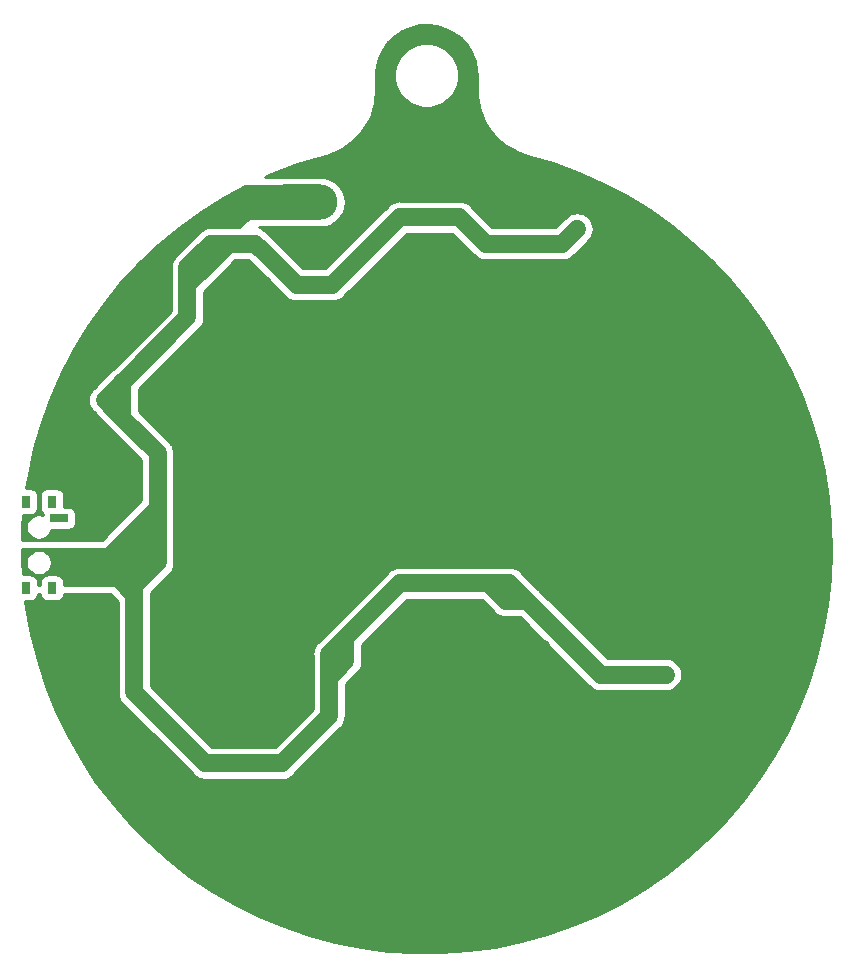
<source format=gbr>
%TF.GenerationSoftware,KiCad,Pcbnew,(5.1.10)-1*%
%TF.CreationDate,2021-10-19T21:24:23+02:00*%
%TF.ProjectId,TVZ_kuglica,54565a5f-6b75-4676-9c69-63612e6b6963,rev?*%
%TF.SameCoordinates,Original*%
%TF.FileFunction,Copper,L2,Bot*%
%TF.FilePolarity,Positive*%
%FSLAX46Y46*%
G04 Gerber Fmt 4.6, Leading zero omitted, Abs format (unit mm)*
G04 Created by KiCad (PCBNEW (5.1.10)-1) date 2021-10-19 21:24:23*
%MOMM*%
%LPD*%
G01*
G04 APERTURE LIST*
%TA.AperFunction,SMDPad,CuDef*%
%ADD10O,6.000000X3.000000*%
%TD*%
%TA.AperFunction,SMDPad,CuDef*%
%ADD11R,1.500000X0.700000*%
%TD*%
%TA.AperFunction,SMDPad,CuDef*%
%ADD12R,0.800000X1.000000*%
%TD*%
%TA.AperFunction,ViaPad*%
%ADD13C,0.800000*%
%TD*%
%TA.AperFunction,Conductor*%
%ADD14C,1.524000*%
%TD*%
%TA.AperFunction,Conductor*%
%ADD15C,0.762000*%
%TD*%
%TA.AperFunction,Conductor*%
%ADD16C,0.254000*%
%TD*%
%TA.AperFunction,Conductor*%
%ADD17C,0.100000*%
%TD*%
G04 APERTURE END LIST*
D10*
%TO.P,BT1,1*%
%TO.N,VCC*%
X126500000Y-70750000D03*
%TO.P,BT1,2*%
%TO.N,GND*%
X145500000Y-70750000D03*
%TD*%
D11*
%TO.P,SW1,1*%
%TO.N,Net-(D1-Pad1)*%
X105930000Y-102000000D03*
%TO.P,SW1,2*%
%TO.N,VCC*%
X105930000Y-99000000D03*
%TO.P,SW1,3*%
%TO.N,Net-(SW1-Pad3)*%
X105930000Y-97500000D03*
D12*
%TO.P,SW1,*%
%TO.N,*%
X103070000Y-103400000D03*
X103070000Y-96100000D03*
X105280000Y-96100000D03*
X105280000Y-103400000D03*
%TD*%
D13*
%TO.N,Net-(D1-Pad1)*%
X144000000Y-103000000D03*
X157250000Y-110750000D03*
X114250000Y-95250000D03*
X109750000Y-87500000D03*
X116750000Y-76250000D03*
X132500000Y-74250000D03*
X149750000Y-73000000D03*
X128750000Y-109000000D03*
X112250000Y-103250000D03*
X115000000Y-115000000D03*
%TO.N,GND*%
X152250000Y-80500000D03*
X130750000Y-73250000D03*
X120250000Y-84000000D03*
X126250000Y-93250000D03*
X120250000Y-105250000D03*
X128250000Y-104000000D03*
X108000000Y-107250000D03*
X113750000Y-120000000D03*
X118000000Y-110250000D03*
X121250000Y-127500000D03*
X134000000Y-132750000D03*
X138000000Y-112250000D03*
X141500000Y-130750000D03*
X150500000Y-118250000D03*
X147000000Y-108250000D03*
X165000000Y-105250000D03*
X161250000Y-117250000D03*
X155250000Y-97750000D03*
X157750000Y-90000000D03*
X139750000Y-94750000D03*
X161250000Y-110750000D03*
X132750000Y-109000000D03*
X148000000Y-103000000D03*
X119000000Y-115000000D03*
X116250000Y-103250000D03*
X118250000Y-95250000D03*
X113750000Y-87500000D03*
X136500000Y-74250000D03*
X153750000Y-73000000D03*
X120750000Y-76250000D03*
%TD*%
D14*
%TO.N,Net-(D1-Pad1)*%
X126000000Y-77750000D02*
X124500000Y-76250000D01*
X115000000Y-115000000D02*
X112250000Y-112250000D01*
X112250000Y-112250000D02*
X112250000Y-103250000D01*
X112250000Y-103250000D02*
X114250000Y-101250000D01*
X114250000Y-101250000D02*
X114250000Y-95250000D01*
X114250000Y-95250000D02*
X114250000Y-92000000D01*
X116750000Y-80500000D02*
X116750000Y-77750000D01*
X116750000Y-77750000D02*
X116750000Y-76250000D01*
X111250000Y-86000000D02*
X111375000Y-85875000D01*
X111375000Y-85875000D02*
X116750000Y-80500000D01*
X109750000Y-87500000D02*
X111375000Y-85875000D01*
X111250000Y-89000000D02*
X111250000Y-86000000D01*
X114250000Y-92000000D02*
X111250000Y-89000000D01*
X111250000Y-89000000D02*
X109750000Y-87500000D01*
X116750000Y-76250000D02*
X118000000Y-75000000D01*
X123250000Y-75000000D02*
X124500000Y-76250000D01*
X157250000Y-110750000D02*
X151750000Y-110750000D01*
X145500000Y-104500000D02*
X143750000Y-104500000D01*
X142250000Y-103000000D02*
X134750000Y-103000000D01*
X143750000Y-104500000D02*
X142250000Y-103000000D01*
X144000000Y-103000000D02*
X142250000Y-103000000D01*
X151750000Y-110750000D02*
X145500000Y-104500000D01*
X145500000Y-104500000D02*
X144000000Y-103000000D01*
X128750000Y-114250000D02*
X124750000Y-118250000D01*
X118250000Y-118250000D02*
X115000000Y-115000000D01*
X124750000Y-118250000D02*
X118250000Y-118250000D01*
X130125000Y-109625000D02*
X128750000Y-111000000D01*
X128750000Y-111000000D02*
X128750000Y-114250000D01*
X128750000Y-109000000D02*
X128750000Y-111000000D01*
X134750000Y-103000000D02*
X130125000Y-107625000D01*
X130125000Y-107625000D02*
X130125000Y-109625000D01*
X130125000Y-107625000D02*
X128750000Y-109000000D01*
X118750000Y-74250000D02*
X116750000Y-76250000D01*
X123250000Y-75000000D02*
X122500000Y-74250000D01*
X116750000Y-77750000D02*
X120250000Y-74250000D01*
X120250000Y-74250000D02*
X118750000Y-74250000D01*
X122500000Y-74250000D02*
X120250000Y-74250000D01*
X129000000Y-77750000D02*
X126000000Y-77750000D01*
X132500000Y-74250000D02*
X129000000Y-77750000D01*
X132500000Y-74250000D02*
X134750000Y-72000000D01*
X134750000Y-72000000D02*
X139750000Y-72000000D01*
X139750000Y-72000000D02*
X142000000Y-74250000D01*
X148500000Y-74250000D02*
X149750000Y-73000000D01*
X142000000Y-74250000D02*
X148500000Y-74250000D01*
D15*
%TO.N,VCC*%
X105930000Y-99000000D02*
X108750000Y-99000000D01*
X108750000Y-99000000D02*
X109750000Y-98000000D01*
X109750000Y-98000000D02*
X109750000Y-94000000D01*
X109750000Y-94000000D02*
X107250000Y-91500000D01*
X107250000Y-91500000D02*
X107250000Y-86000000D01*
X107250000Y-86000000D02*
X113500000Y-79750000D01*
X113500000Y-79750000D02*
X113500000Y-77000000D01*
X119750000Y-70750000D02*
X126500000Y-70750000D01*
X113500000Y-77000000D02*
X119750000Y-70750000D01*
%TD*%
D16*
%TO.N,GND*%
X137886138Y-55831059D02*
X138610388Y-56053867D01*
X139283738Y-56401409D01*
X139884901Y-56862699D01*
X140394872Y-57423149D01*
X140797540Y-58065057D01*
X141080170Y-58768122D01*
X141236190Y-59521513D01*
X141265000Y-60021169D01*
X141265001Y-61306272D01*
X141266298Y-61319440D01*
X141278413Y-61656049D01*
X141278863Y-61659632D01*
X141278707Y-61663242D01*
X141287438Y-61747410D01*
X141429908Y-62624862D01*
X141435629Y-62647269D01*
X141438736Y-62670183D01*
X141462234Y-62751474D01*
X141757835Y-63589830D01*
X141767433Y-63610870D01*
X141774549Y-63632871D01*
X141812059Y-63708691D01*
X141812071Y-63708717D01*
X141812077Y-63708725D01*
X142251461Y-64481476D01*
X142264630Y-64500478D01*
X142275533Y-64520879D01*
X142325894Y-64588881D01*
X142895182Y-65271616D01*
X142911512Y-65287990D01*
X142925851Y-65306132D01*
X142987458Y-65364142D01*
X143668651Y-65935276D01*
X143687625Y-65948502D01*
X143704950Y-65963817D01*
X143775855Y-66010000D01*
X144547423Y-66451478D01*
X144568436Y-66461133D01*
X144588200Y-66473139D01*
X144666163Y-66506036D01*
X145503715Y-66803905D01*
X145508021Y-66805017D01*
X145525587Y-66811299D01*
X145542755Y-66816572D01*
X147746053Y-67464098D01*
X149878711Y-68247813D01*
X151954729Y-69171140D01*
X153965017Y-70230036D01*
X155900673Y-71419812D01*
X157753239Y-72735268D01*
X159514561Y-74170616D01*
X161176886Y-75719540D01*
X162732884Y-77375207D01*
X164175738Y-79130360D01*
X165499106Y-80977290D01*
X166697162Y-82907865D01*
X167764630Y-84913581D01*
X168696830Y-86985643D01*
X169489658Y-89114933D01*
X170139624Y-91292080D01*
X170643873Y-93507517D01*
X171000188Y-95751501D01*
X171207004Y-98014175D01*
X171263407Y-100285560D01*
X171169153Y-102555700D01*
X170924654Y-104814605D01*
X170530986Y-107052337D01*
X169989882Y-109259064D01*
X169303718Y-111425077D01*
X168475512Y-113540851D01*
X167508906Y-115597090D01*
X166408155Y-117584736D01*
X165178083Y-119495080D01*
X163824120Y-121319689D01*
X162352204Y-123050560D01*
X160768823Y-124680064D01*
X159080926Y-126201055D01*
X157295931Y-127606843D01*
X155421695Y-128891239D01*
X153466456Y-130048599D01*
X151438820Y-131073832D01*
X149347702Y-131962428D01*
X147202263Y-132710493D01*
X145011999Y-133314718D01*
X142786467Y-133772464D01*
X140535523Y-134081705D01*
X138269022Y-134241089D01*
X135996953Y-134249911D01*
X133729262Y-134108134D01*
X131475992Y-133816385D01*
X129246983Y-133375938D01*
X127052076Y-132788738D01*
X124900917Y-132057366D01*
X122802939Y-131185029D01*
X120767401Y-130175574D01*
X118803237Y-129033435D01*
X116919085Y-127763634D01*
X115123223Y-126371749D01*
X113423564Y-124863914D01*
X111827572Y-123246751D01*
X110342263Y-121527368D01*
X108974171Y-119713331D01*
X107729304Y-117812605D01*
X106613144Y-115833557D01*
X105630601Y-113784897D01*
X104785986Y-111675609D01*
X104083026Y-109515005D01*
X103524797Y-107312547D01*
X103113763Y-105077935D01*
X103051083Y-104538072D01*
X103470000Y-104538072D01*
X103594482Y-104525812D01*
X103714180Y-104489502D01*
X103824494Y-104430537D01*
X103921185Y-104351185D01*
X104000537Y-104254494D01*
X104059502Y-104144180D01*
X104095812Y-104024482D01*
X104108072Y-103900000D01*
X104108072Y-103885000D01*
X104241928Y-103885000D01*
X104241928Y-103900000D01*
X104254188Y-104024482D01*
X104290498Y-104144180D01*
X104349463Y-104254494D01*
X104428815Y-104351185D01*
X104525506Y-104430537D01*
X104635820Y-104489502D01*
X104755518Y-104525812D01*
X104880000Y-104538072D01*
X105680000Y-104538072D01*
X105804482Y-104525812D01*
X105924180Y-104489502D01*
X106034494Y-104430537D01*
X106131185Y-104351185D01*
X106210537Y-104254494D01*
X106269502Y-104144180D01*
X106305812Y-104024482D01*
X106318072Y-103900000D01*
X106318072Y-103885000D01*
X110211858Y-103885000D01*
X110853001Y-104617735D01*
X110853000Y-112181375D01*
X110846241Y-112250000D01*
X110860387Y-112393622D01*
X110873214Y-112523859D01*
X110953096Y-112787194D01*
X111082817Y-113029886D01*
X111257392Y-113242607D01*
X111310704Y-113286359D01*
X114060696Y-116036353D01*
X114060707Y-116036362D01*
X117213645Y-119189302D01*
X117257392Y-119242608D01*
X117470113Y-119417183D01*
X117712805Y-119546904D01*
X117954215Y-119620135D01*
X117976140Y-119626786D01*
X118249999Y-119653759D01*
X118318624Y-119647000D01*
X124681375Y-119647000D01*
X124750000Y-119653759D01*
X124818625Y-119647000D01*
X125023860Y-119626786D01*
X125287195Y-119546904D01*
X125529887Y-119417183D01*
X125742608Y-119242608D01*
X125786364Y-119189291D01*
X129689302Y-115286355D01*
X129742608Y-115242608D01*
X129917183Y-115029887D01*
X130046904Y-114787195D01*
X130126786Y-114523860D01*
X130144041Y-114348667D01*
X130153759Y-114250001D01*
X130147000Y-114181376D01*
X130147000Y-111578655D01*
X131064296Y-110661360D01*
X131117608Y-110617608D01*
X131292183Y-110404887D01*
X131348164Y-110300153D01*
X131421904Y-110162196D01*
X131501786Y-109898860D01*
X131528759Y-109625000D01*
X131522000Y-109556375D01*
X131522000Y-108203655D01*
X135328656Y-104397000D01*
X141671344Y-104397000D01*
X142713645Y-105439302D01*
X142757392Y-105492608D01*
X142970113Y-105667183D01*
X143212805Y-105796904D01*
X143431930Y-105863375D01*
X143476140Y-105876786D01*
X143749999Y-105903759D01*
X143818624Y-105897000D01*
X144921345Y-105897000D01*
X150713641Y-111689297D01*
X150757392Y-111742608D01*
X150970113Y-111917183D01*
X151212804Y-112046904D01*
X151476140Y-112126786D01*
X151750000Y-112153759D01*
X151818625Y-112147000D01*
X157318625Y-112147000D01*
X157523860Y-112126786D01*
X157787195Y-112046904D01*
X158029887Y-111917183D01*
X158242608Y-111742608D01*
X158417183Y-111529887D01*
X158546904Y-111287195D01*
X158626786Y-111023860D01*
X158653759Y-110750000D01*
X158626786Y-110476140D01*
X158546904Y-110212805D01*
X158417183Y-109970113D01*
X158242608Y-109757392D01*
X158029887Y-109582817D01*
X157787195Y-109453096D01*
X157523860Y-109373214D01*
X157318625Y-109353000D01*
X152328656Y-109353000D01*
X146536364Y-103560709D01*
X146492608Y-103507392D01*
X146439302Y-103463645D01*
X145036363Y-102060708D01*
X144992608Y-102007392D01*
X144779887Y-101832817D01*
X144537195Y-101703096D01*
X144273860Y-101623214D01*
X144068625Y-101603000D01*
X144000000Y-101596241D01*
X143931375Y-101603000D01*
X142318625Y-101603000D01*
X142250000Y-101596241D01*
X142181375Y-101603000D01*
X134818625Y-101603000D01*
X134750000Y-101596241D01*
X134476140Y-101623214D01*
X134212804Y-101703096D01*
X134098973Y-101763940D01*
X133970113Y-101832817D01*
X133757392Y-102007392D01*
X133713641Y-102060703D01*
X129185705Y-106588640D01*
X129132392Y-106632393D01*
X129088646Y-106685698D01*
X127810704Y-107963641D01*
X127757392Y-108007393D01*
X127582817Y-108220114D01*
X127453096Y-108462806D01*
X127406138Y-108617607D01*
X127373214Y-108726141D01*
X127346241Y-109000000D01*
X127353000Y-109068625D01*
X127353001Y-110931366D01*
X127346241Y-111000000D01*
X127353000Y-111068625D01*
X127353001Y-113671342D01*
X124171345Y-116853000D01*
X118828657Y-116853000D01*
X116036362Y-114060707D01*
X116036353Y-114060696D01*
X113647000Y-111671345D01*
X113647000Y-103828655D01*
X115189306Y-102286351D01*
X115242607Y-102242608D01*
X115287819Y-102187518D01*
X115381954Y-102072813D01*
X115417183Y-102029887D01*
X115546904Y-101787195D01*
X115626786Y-101523860D01*
X115647000Y-101318625D01*
X115647000Y-101318624D01*
X115653759Y-101250001D01*
X115647000Y-101181376D01*
X115647000Y-92068625D01*
X115653759Y-92000000D01*
X115637171Y-91831575D01*
X115626786Y-91726140D01*
X115573325Y-91549902D01*
X115546904Y-91462804D01*
X115417183Y-91220113D01*
X115409539Y-91210799D01*
X115242608Y-91007392D01*
X115189297Y-90963641D01*
X112647000Y-88421345D01*
X112647000Y-86578655D01*
X117689301Y-81536355D01*
X117742607Y-81492608D01*
X117917183Y-81279887D01*
X118046904Y-81037195D01*
X118126786Y-80773860D01*
X118147000Y-80568625D01*
X118147000Y-80568624D01*
X118153759Y-80500000D01*
X118147000Y-80431375D01*
X118147000Y-78328655D01*
X120828657Y-75647000D01*
X121921344Y-75647000D01*
X122310697Y-76036353D01*
X122310702Y-76036357D01*
X123560697Y-77286353D01*
X123560702Y-77286357D01*
X124963645Y-78689302D01*
X125007392Y-78742608D01*
X125220113Y-78917183D01*
X125462805Y-79046904D01*
X125714365Y-79123214D01*
X125726140Y-79126786D01*
X125999999Y-79153759D01*
X126068624Y-79147000D01*
X128931375Y-79147000D01*
X129000000Y-79153759D01*
X129068625Y-79147000D01*
X129273860Y-79126786D01*
X129537195Y-79046904D01*
X129779887Y-78917183D01*
X129992608Y-78742608D01*
X130036364Y-78689291D01*
X133536353Y-75189304D01*
X133536362Y-75189293D01*
X135328656Y-73397000D01*
X139171345Y-73397000D01*
X140963641Y-75189296D01*
X141007392Y-75242608D01*
X141220112Y-75417182D01*
X141220113Y-75417183D01*
X141462804Y-75546904D01*
X141726140Y-75626786D01*
X142000000Y-75653760D01*
X142068632Y-75647000D01*
X148431375Y-75647000D01*
X148500000Y-75653759D01*
X148568625Y-75647000D01*
X148773860Y-75626786D01*
X149037195Y-75546904D01*
X149279887Y-75417183D01*
X149492608Y-75242608D01*
X149536364Y-75189292D01*
X150786353Y-73939303D01*
X150917183Y-73779887D01*
X151046903Y-73537196D01*
X151126786Y-73273860D01*
X151153759Y-73000000D01*
X151126786Y-72726141D01*
X151046903Y-72462805D01*
X150917183Y-72220114D01*
X150742607Y-72007393D01*
X150529886Y-71832817D01*
X150287195Y-71703097D01*
X150023859Y-71623214D01*
X149750000Y-71596241D01*
X149476140Y-71623214D01*
X149212804Y-71703097D01*
X148970113Y-71832817D01*
X148810697Y-71963647D01*
X147921345Y-72853000D01*
X142578656Y-72853000D01*
X140786364Y-71060709D01*
X140742608Y-71007392D01*
X140529887Y-70832817D01*
X140287195Y-70703096D01*
X140023860Y-70623214D01*
X139818625Y-70603000D01*
X139750000Y-70596241D01*
X139681375Y-70603000D01*
X134818632Y-70603000D01*
X134750000Y-70596240D01*
X134476140Y-70623214D01*
X134212804Y-70703096D01*
X134018967Y-70806704D01*
X133970113Y-70832817D01*
X133757392Y-71007392D01*
X133713641Y-71060704D01*
X131560707Y-73213638D01*
X131560696Y-73213647D01*
X128421345Y-76353000D01*
X126578656Y-76353000D01*
X125536357Y-75310702D01*
X125536353Y-75310697D01*
X124286357Y-74060702D01*
X124286353Y-74060697D01*
X123536363Y-73310708D01*
X123492608Y-73257392D01*
X123279887Y-73082817D01*
X123037195Y-72953096D01*
X122812713Y-72885000D01*
X128104882Y-72885000D01*
X128418533Y-72854108D01*
X128820982Y-72732026D01*
X129191881Y-72533777D01*
X129516977Y-72266977D01*
X129783777Y-71941881D01*
X129982026Y-71570982D01*
X130104108Y-71168533D01*
X130145330Y-70750000D01*
X130104108Y-70331467D01*
X129982026Y-69929018D01*
X129783777Y-69558119D01*
X129516977Y-69233023D01*
X129191881Y-68966223D01*
X128820982Y-68767974D01*
X128418533Y-68645892D01*
X128104882Y-68615000D01*
X123288837Y-68615000D01*
X123875077Y-68348792D01*
X126001593Y-67548534D01*
X128186747Y-66887862D01*
X128436510Y-66822338D01*
X128452528Y-66817563D01*
X128459226Y-66815987D01*
X128804024Y-66713600D01*
X128807380Y-66712269D01*
X128810916Y-66711517D01*
X128890228Y-66682021D01*
X129704199Y-66324712D01*
X129724464Y-66313571D01*
X129745874Y-66304834D01*
X129818696Y-66261767D01*
X129818710Y-66261759D01*
X129818715Y-66261755D01*
X130556543Y-65765956D01*
X130574511Y-65751406D01*
X130594041Y-65739012D01*
X130658097Y-65683720D01*
X131296470Y-65065093D01*
X131311582Y-65047586D01*
X131328603Y-65031934D01*
X131381840Y-64966192D01*
X131381856Y-64966173D01*
X131381861Y-64966165D01*
X131900590Y-64244277D01*
X131912363Y-64224370D01*
X131926343Y-64205952D01*
X131967109Y-64131800D01*
X132349809Y-63329453D01*
X132357869Y-63307780D01*
X132368369Y-63287173D01*
X132395359Y-63206974D01*
X132629927Y-62349538D01*
X132634022Y-62326778D01*
X132640706Y-62304640D01*
X132653067Y-62220928D01*
X132731782Y-61338949D01*
X132735000Y-61306272D01*
X132735000Y-60032731D01*
X132762021Y-59729963D01*
X134258266Y-59729963D01*
X134258266Y-60270037D01*
X134363629Y-60799734D01*
X134570307Y-61298698D01*
X134870356Y-61747753D01*
X135252247Y-62129644D01*
X135701302Y-62429693D01*
X136200266Y-62636371D01*
X136729963Y-62741734D01*
X137270037Y-62741734D01*
X137799734Y-62636371D01*
X138298698Y-62429693D01*
X138747753Y-62129644D01*
X139129644Y-61747753D01*
X139429693Y-61298698D01*
X139636371Y-60799734D01*
X139741734Y-60270037D01*
X139741734Y-59729963D01*
X139636371Y-59200266D01*
X139429693Y-58701302D01*
X139129644Y-58252247D01*
X138747753Y-57870356D01*
X138298698Y-57570307D01*
X137799734Y-57363629D01*
X137270037Y-57258266D01*
X136729963Y-57258266D01*
X136200266Y-57363629D01*
X135701302Y-57570307D01*
X135252247Y-57870356D01*
X134870356Y-58252247D01*
X134570307Y-58701302D01*
X134363629Y-59200266D01*
X134258266Y-59729963D01*
X132762021Y-59729963D01*
X132805281Y-59245253D01*
X133005231Y-58514357D01*
X133331450Y-57830425D01*
X133773626Y-57215072D01*
X134317789Y-56687741D01*
X134946726Y-56265114D01*
X135640570Y-55960537D01*
X136377386Y-55783643D01*
X137133871Y-55740024D01*
X137886138Y-55831059D01*
%TA.AperFunction,Conductor*%
D17*
G36*
X137886138Y-55831059D02*
G01*
X138610388Y-56053867D01*
X139283738Y-56401409D01*
X139884901Y-56862699D01*
X140394872Y-57423149D01*
X140797540Y-58065057D01*
X141080170Y-58768122D01*
X141236190Y-59521513D01*
X141265000Y-60021169D01*
X141265001Y-61306272D01*
X141266298Y-61319440D01*
X141278413Y-61656049D01*
X141278863Y-61659632D01*
X141278707Y-61663242D01*
X141287438Y-61747410D01*
X141429908Y-62624862D01*
X141435629Y-62647269D01*
X141438736Y-62670183D01*
X141462234Y-62751474D01*
X141757835Y-63589830D01*
X141767433Y-63610870D01*
X141774549Y-63632871D01*
X141812059Y-63708691D01*
X141812071Y-63708717D01*
X141812077Y-63708725D01*
X142251461Y-64481476D01*
X142264630Y-64500478D01*
X142275533Y-64520879D01*
X142325894Y-64588881D01*
X142895182Y-65271616D01*
X142911512Y-65287990D01*
X142925851Y-65306132D01*
X142987458Y-65364142D01*
X143668651Y-65935276D01*
X143687625Y-65948502D01*
X143704950Y-65963817D01*
X143775855Y-66010000D01*
X144547423Y-66451478D01*
X144568436Y-66461133D01*
X144588200Y-66473139D01*
X144666163Y-66506036D01*
X145503715Y-66803905D01*
X145508021Y-66805017D01*
X145525587Y-66811299D01*
X145542755Y-66816572D01*
X147746053Y-67464098D01*
X149878711Y-68247813D01*
X151954729Y-69171140D01*
X153965017Y-70230036D01*
X155900673Y-71419812D01*
X157753239Y-72735268D01*
X159514561Y-74170616D01*
X161176886Y-75719540D01*
X162732884Y-77375207D01*
X164175738Y-79130360D01*
X165499106Y-80977290D01*
X166697162Y-82907865D01*
X167764630Y-84913581D01*
X168696830Y-86985643D01*
X169489658Y-89114933D01*
X170139624Y-91292080D01*
X170643873Y-93507517D01*
X171000188Y-95751501D01*
X171207004Y-98014175D01*
X171263407Y-100285560D01*
X171169153Y-102555700D01*
X170924654Y-104814605D01*
X170530986Y-107052337D01*
X169989882Y-109259064D01*
X169303718Y-111425077D01*
X168475512Y-113540851D01*
X167508906Y-115597090D01*
X166408155Y-117584736D01*
X165178083Y-119495080D01*
X163824120Y-121319689D01*
X162352204Y-123050560D01*
X160768823Y-124680064D01*
X159080926Y-126201055D01*
X157295931Y-127606843D01*
X155421695Y-128891239D01*
X153466456Y-130048599D01*
X151438820Y-131073832D01*
X149347702Y-131962428D01*
X147202263Y-132710493D01*
X145011999Y-133314718D01*
X142786467Y-133772464D01*
X140535523Y-134081705D01*
X138269022Y-134241089D01*
X135996953Y-134249911D01*
X133729262Y-134108134D01*
X131475992Y-133816385D01*
X129246983Y-133375938D01*
X127052076Y-132788738D01*
X124900917Y-132057366D01*
X122802939Y-131185029D01*
X120767401Y-130175574D01*
X118803237Y-129033435D01*
X116919085Y-127763634D01*
X115123223Y-126371749D01*
X113423564Y-124863914D01*
X111827572Y-123246751D01*
X110342263Y-121527368D01*
X108974171Y-119713331D01*
X107729304Y-117812605D01*
X106613144Y-115833557D01*
X105630601Y-113784897D01*
X104785986Y-111675609D01*
X104083026Y-109515005D01*
X103524797Y-107312547D01*
X103113763Y-105077935D01*
X103051083Y-104538072D01*
X103470000Y-104538072D01*
X103594482Y-104525812D01*
X103714180Y-104489502D01*
X103824494Y-104430537D01*
X103921185Y-104351185D01*
X104000537Y-104254494D01*
X104059502Y-104144180D01*
X104095812Y-104024482D01*
X104108072Y-103900000D01*
X104108072Y-103885000D01*
X104241928Y-103885000D01*
X104241928Y-103900000D01*
X104254188Y-104024482D01*
X104290498Y-104144180D01*
X104349463Y-104254494D01*
X104428815Y-104351185D01*
X104525506Y-104430537D01*
X104635820Y-104489502D01*
X104755518Y-104525812D01*
X104880000Y-104538072D01*
X105680000Y-104538072D01*
X105804482Y-104525812D01*
X105924180Y-104489502D01*
X106034494Y-104430537D01*
X106131185Y-104351185D01*
X106210537Y-104254494D01*
X106269502Y-104144180D01*
X106305812Y-104024482D01*
X106318072Y-103900000D01*
X106318072Y-103885000D01*
X110211858Y-103885000D01*
X110853001Y-104617735D01*
X110853000Y-112181375D01*
X110846241Y-112250000D01*
X110860387Y-112393622D01*
X110873214Y-112523859D01*
X110953096Y-112787194D01*
X111082817Y-113029886D01*
X111257392Y-113242607D01*
X111310704Y-113286359D01*
X114060696Y-116036353D01*
X114060707Y-116036362D01*
X117213645Y-119189302D01*
X117257392Y-119242608D01*
X117470113Y-119417183D01*
X117712805Y-119546904D01*
X117954215Y-119620135D01*
X117976140Y-119626786D01*
X118249999Y-119653759D01*
X118318624Y-119647000D01*
X124681375Y-119647000D01*
X124750000Y-119653759D01*
X124818625Y-119647000D01*
X125023860Y-119626786D01*
X125287195Y-119546904D01*
X125529887Y-119417183D01*
X125742608Y-119242608D01*
X125786364Y-119189291D01*
X129689302Y-115286355D01*
X129742608Y-115242608D01*
X129917183Y-115029887D01*
X130046904Y-114787195D01*
X130126786Y-114523860D01*
X130144041Y-114348667D01*
X130153759Y-114250001D01*
X130147000Y-114181376D01*
X130147000Y-111578655D01*
X131064296Y-110661360D01*
X131117608Y-110617608D01*
X131292183Y-110404887D01*
X131348164Y-110300153D01*
X131421904Y-110162196D01*
X131501786Y-109898860D01*
X131528759Y-109625000D01*
X131522000Y-109556375D01*
X131522000Y-108203655D01*
X135328656Y-104397000D01*
X141671344Y-104397000D01*
X142713645Y-105439302D01*
X142757392Y-105492608D01*
X142970113Y-105667183D01*
X143212805Y-105796904D01*
X143431930Y-105863375D01*
X143476140Y-105876786D01*
X143749999Y-105903759D01*
X143818624Y-105897000D01*
X144921345Y-105897000D01*
X150713641Y-111689297D01*
X150757392Y-111742608D01*
X150970113Y-111917183D01*
X151212804Y-112046904D01*
X151476140Y-112126786D01*
X151750000Y-112153759D01*
X151818625Y-112147000D01*
X157318625Y-112147000D01*
X157523860Y-112126786D01*
X157787195Y-112046904D01*
X158029887Y-111917183D01*
X158242608Y-111742608D01*
X158417183Y-111529887D01*
X158546904Y-111287195D01*
X158626786Y-111023860D01*
X158653759Y-110750000D01*
X158626786Y-110476140D01*
X158546904Y-110212805D01*
X158417183Y-109970113D01*
X158242608Y-109757392D01*
X158029887Y-109582817D01*
X157787195Y-109453096D01*
X157523860Y-109373214D01*
X157318625Y-109353000D01*
X152328656Y-109353000D01*
X146536364Y-103560709D01*
X146492608Y-103507392D01*
X146439302Y-103463645D01*
X145036363Y-102060708D01*
X144992608Y-102007392D01*
X144779887Y-101832817D01*
X144537195Y-101703096D01*
X144273860Y-101623214D01*
X144068625Y-101603000D01*
X144000000Y-101596241D01*
X143931375Y-101603000D01*
X142318625Y-101603000D01*
X142250000Y-101596241D01*
X142181375Y-101603000D01*
X134818625Y-101603000D01*
X134750000Y-101596241D01*
X134476140Y-101623214D01*
X134212804Y-101703096D01*
X134098973Y-101763940D01*
X133970113Y-101832817D01*
X133757392Y-102007392D01*
X133713641Y-102060703D01*
X129185705Y-106588640D01*
X129132392Y-106632393D01*
X129088646Y-106685698D01*
X127810704Y-107963641D01*
X127757392Y-108007393D01*
X127582817Y-108220114D01*
X127453096Y-108462806D01*
X127406138Y-108617607D01*
X127373214Y-108726141D01*
X127346241Y-109000000D01*
X127353000Y-109068625D01*
X127353001Y-110931366D01*
X127346241Y-111000000D01*
X127353000Y-111068625D01*
X127353001Y-113671342D01*
X124171345Y-116853000D01*
X118828657Y-116853000D01*
X116036362Y-114060707D01*
X116036353Y-114060696D01*
X113647000Y-111671345D01*
X113647000Y-103828655D01*
X115189306Y-102286351D01*
X115242607Y-102242608D01*
X115287819Y-102187518D01*
X115381954Y-102072813D01*
X115417183Y-102029887D01*
X115546904Y-101787195D01*
X115626786Y-101523860D01*
X115647000Y-101318625D01*
X115647000Y-101318624D01*
X115653759Y-101250001D01*
X115647000Y-101181376D01*
X115647000Y-92068625D01*
X115653759Y-92000000D01*
X115637171Y-91831575D01*
X115626786Y-91726140D01*
X115573325Y-91549902D01*
X115546904Y-91462804D01*
X115417183Y-91220113D01*
X115409539Y-91210799D01*
X115242608Y-91007392D01*
X115189297Y-90963641D01*
X112647000Y-88421345D01*
X112647000Y-86578655D01*
X117689301Y-81536355D01*
X117742607Y-81492608D01*
X117917183Y-81279887D01*
X118046904Y-81037195D01*
X118126786Y-80773860D01*
X118147000Y-80568625D01*
X118147000Y-80568624D01*
X118153759Y-80500000D01*
X118147000Y-80431375D01*
X118147000Y-78328655D01*
X120828657Y-75647000D01*
X121921344Y-75647000D01*
X122310697Y-76036353D01*
X122310702Y-76036357D01*
X123560697Y-77286353D01*
X123560702Y-77286357D01*
X124963645Y-78689302D01*
X125007392Y-78742608D01*
X125220113Y-78917183D01*
X125462805Y-79046904D01*
X125714365Y-79123214D01*
X125726140Y-79126786D01*
X125999999Y-79153759D01*
X126068624Y-79147000D01*
X128931375Y-79147000D01*
X129000000Y-79153759D01*
X129068625Y-79147000D01*
X129273860Y-79126786D01*
X129537195Y-79046904D01*
X129779887Y-78917183D01*
X129992608Y-78742608D01*
X130036364Y-78689291D01*
X133536353Y-75189304D01*
X133536362Y-75189293D01*
X135328656Y-73397000D01*
X139171345Y-73397000D01*
X140963641Y-75189296D01*
X141007392Y-75242608D01*
X141220112Y-75417182D01*
X141220113Y-75417183D01*
X141462804Y-75546904D01*
X141726140Y-75626786D01*
X142000000Y-75653760D01*
X142068632Y-75647000D01*
X148431375Y-75647000D01*
X148500000Y-75653759D01*
X148568625Y-75647000D01*
X148773860Y-75626786D01*
X149037195Y-75546904D01*
X149279887Y-75417183D01*
X149492608Y-75242608D01*
X149536364Y-75189292D01*
X150786353Y-73939303D01*
X150917183Y-73779887D01*
X151046903Y-73537196D01*
X151126786Y-73273860D01*
X151153759Y-73000000D01*
X151126786Y-72726141D01*
X151046903Y-72462805D01*
X150917183Y-72220114D01*
X150742607Y-72007393D01*
X150529886Y-71832817D01*
X150287195Y-71703097D01*
X150023859Y-71623214D01*
X149750000Y-71596241D01*
X149476140Y-71623214D01*
X149212804Y-71703097D01*
X148970113Y-71832817D01*
X148810697Y-71963647D01*
X147921345Y-72853000D01*
X142578656Y-72853000D01*
X140786364Y-71060709D01*
X140742608Y-71007392D01*
X140529887Y-70832817D01*
X140287195Y-70703096D01*
X140023860Y-70623214D01*
X139818625Y-70603000D01*
X139750000Y-70596241D01*
X139681375Y-70603000D01*
X134818632Y-70603000D01*
X134750000Y-70596240D01*
X134476140Y-70623214D01*
X134212804Y-70703096D01*
X134018967Y-70806704D01*
X133970113Y-70832817D01*
X133757392Y-71007392D01*
X133713641Y-71060704D01*
X131560707Y-73213638D01*
X131560696Y-73213647D01*
X128421345Y-76353000D01*
X126578656Y-76353000D01*
X125536357Y-75310702D01*
X125536353Y-75310697D01*
X124286357Y-74060702D01*
X124286353Y-74060697D01*
X123536363Y-73310708D01*
X123492608Y-73257392D01*
X123279887Y-73082817D01*
X123037195Y-72953096D01*
X122812713Y-72885000D01*
X128104882Y-72885000D01*
X128418533Y-72854108D01*
X128820982Y-72732026D01*
X129191881Y-72533777D01*
X129516977Y-72266977D01*
X129783777Y-71941881D01*
X129982026Y-71570982D01*
X130104108Y-71168533D01*
X130145330Y-70750000D01*
X130104108Y-70331467D01*
X129982026Y-69929018D01*
X129783777Y-69558119D01*
X129516977Y-69233023D01*
X129191881Y-68966223D01*
X128820982Y-68767974D01*
X128418533Y-68645892D01*
X128104882Y-68615000D01*
X123288837Y-68615000D01*
X123875077Y-68348792D01*
X126001593Y-67548534D01*
X128186747Y-66887862D01*
X128436510Y-66822338D01*
X128452528Y-66817563D01*
X128459226Y-66815987D01*
X128804024Y-66713600D01*
X128807380Y-66712269D01*
X128810916Y-66711517D01*
X128890228Y-66682021D01*
X129704199Y-66324712D01*
X129724464Y-66313571D01*
X129745874Y-66304834D01*
X129818696Y-66261767D01*
X129818710Y-66261759D01*
X129818715Y-66261755D01*
X130556543Y-65765956D01*
X130574511Y-65751406D01*
X130594041Y-65739012D01*
X130658097Y-65683720D01*
X131296470Y-65065093D01*
X131311582Y-65047586D01*
X131328603Y-65031934D01*
X131381840Y-64966192D01*
X131381856Y-64966173D01*
X131381861Y-64966165D01*
X131900590Y-64244277D01*
X131912363Y-64224370D01*
X131926343Y-64205952D01*
X131967109Y-64131800D01*
X132349809Y-63329453D01*
X132357869Y-63307780D01*
X132368369Y-63287173D01*
X132395359Y-63206974D01*
X132629927Y-62349538D01*
X132634022Y-62326778D01*
X132640706Y-62304640D01*
X132653067Y-62220928D01*
X132731782Y-61338949D01*
X132735000Y-61306272D01*
X132735000Y-60032731D01*
X132762021Y-59729963D01*
X134258266Y-59729963D01*
X134258266Y-60270037D01*
X134363629Y-60799734D01*
X134570307Y-61298698D01*
X134870356Y-61747753D01*
X135252247Y-62129644D01*
X135701302Y-62429693D01*
X136200266Y-62636371D01*
X136729963Y-62741734D01*
X137270037Y-62741734D01*
X137799734Y-62636371D01*
X138298698Y-62429693D01*
X138747753Y-62129644D01*
X139129644Y-61747753D01*
X139429693Y-61298698D01*
X139636371Y-60799734D01*
X139741734Y-60270037D01*
X139741734Y-59729963D01*
X139636371Y-59200266D01*
X139429693Y-58701302D01*
X139129644Y-58252247D01*
X138747753Y-57870356D01*
X138298698Y-57570307D01*
X137799734Y-57363629D01*
X137270037Y-57258266D01*
X136729963Y-57258266D01*
X136200266Y-57363629D01*
X135701302Y-57570307D01*
X135252247Y-57870356D01*
X134870356Y-58252247D01*
X134570307Y-58701302D01*
X134363629Y-59200266D01*
X134258266Y-59729963D01*
X132762021Y-59729963D01*
X132805281Y-59245253D01*
X133005231Y-58514357D01*
X133331450Y-57830425D01*
X133773626Y-57215072D01*
X134317789Y-56687741D01*
X134946726Y-56265114D01*
X135640570Y-55960537D01*
X136377386Y-55783643D01*
X137133871Y-55740024D01*
X137886138Y-55831059D01*
G37*
%TD.AperFunction*%
%TD*%
D16*
%TO.N,VCC*%
X124873000Y-72123000D02*
X122000000Y-72123000D01*
X121975224Y-72125440D01*
X121951399Y-72132667D01*
X121929443Y-72144403D01*
X121917349Y-72153574D01*
X121101352Y-72853000D01*
X120318624Y-72853000D01*
X120249999Y-72846241D01*
X120181374Y-72853000D01*
X118818624Y-72853000D01*
X118749999Y-72846241D01*
X118577793Y-72863202D01*
X118476140Y-72873214D01*
X118212805Y-72953096D01*
X117970113Y-73082817D01*
X117757392Y-73257392D01*
X117713645Y-73310698D01*
X116237150Y-74787195D01*
X115810704Y-75213641D01*
X115757393Y-75257392D01*
X115582818Y-75470113D01*
X115453097Y-75712805D01*
X115373214Y-75976140D01*
X115365996Y-76049428D01*
X115346241Y-76250000D01*
X115353000Y-76318625D01*
X115353000Y-77681375D01*
X115346241Y-77750000D01*
X115353000Y-77818624D01*
X115353001Y-77818634D01*
X115353000Y-79921344D01*
X110435702Y-84838643D01*
X110435697Y-84838647D01*
X110310699Y-84963645D01*
X110257393Y-85007392D01*
X110213646Y-85060698D01*
X108810698Y-86463647D01*
X108757393Y-86507393D01*
X108679676Y-86602092D01*
X108582818Y-86720114D01*
X108453097Y-86962805D01*
X108373214Y-87226141D01*
X108346241Y-87500000D01*
X108373214Y-87773859D01*
X108453097Y-88037195D01*
X108582818Y-88279886D01*
X108757393Y-88492607D01*
X108810698Y-88536353D01*
X110213649Y-89939306D01*
X110257392Y-89992607D01*
X110310694Y-90036351D01*
X110310696Y-90036353D01*
X110310707Y-90036362D01*
X112853001Y-92578657D01*
X112853000Y-95318624D01*
X112853001Y-95318634D01*
X112853001Y-95998973D01*
X109486974Y-99365000D01*
X102760092Y-99365000D01*
X102778607Y-98279882D01*
X102790035Y-98143137D01*
X103085000Y-98143137D01*
X103085000Y-98356863D01*
X103126696Y-98566483D01*
X103208485Y-98763940D01*
X103327225Y-98941647D01*
X103478353Y-99092775D01*
X103656060Y-99211515D01*
X103853517Y-99293304D01*
X104063137Y-99335000D01*
X104276863Y-99335000D01*
X104486483Y-99293304D01*
X104683940Y-99211515D01*
X104861647Y-99092775D01*
X105012775Y-98941647D01*
X105131515Y-98763940D01*
X105213304Y-98566483D01*
X105228901Y-98488072D01*
X106680000Y-98488072D01*
X106804482Y-98475812D01*
X106924180Y-98439502D01*
X107034494Y-98380537D01*
X107131185Y-98301185D01*
X107210537Y-98204494D01*
X107269502Y-98094180D01*
X107305812Y-97974482D01*
X107318072Y-97850000D01*
X107318072Y-97150000D01*
X107305812Y-97025518D01*
X107269502Y-96905820D01*
X107210537Y-96795506D01*
X107131185Y-96698815D01*
X107034494Y-96619463D01*
X106924180Y-96560498D01*
X106804482Y-96524188D01*
X106680000Y-96511928D01*
X106318072Y-96511928D01*
X106318072Y-95600000D01*
X106305812Y-95475518D01*
X106269502Y-95355820D01*
X106210537Y-95245506D01*
X106131185Y-95148815D01*
X106034494Y-95069463D01*
X105924180Y-95010498D01*
X105804482Y-94974188D01*
X105680000Y-94961928D01*
X104880000Y-94961928D01*
X104755518Y-94974188D01*
X104635820Y-95010498D01*
X104525506Y-95069463D01*
X104428815Y-95148815D01*
X104349463Y-95245506D01*
X104290498Y-95355820D01*
X104254188Y-95475518D01*
X104241928Y-95600000D01*
X104241928Y-96600000D01*
X104254188Y-96724482D01*
X104290498Y-96844180D01*
X104349463Y-96954494D01*
X104428815Y-97051185D01*
X104525506Y-97130537D01*
X104542928Y-97139849D01*
X104541928Y-97150000D01*
X104541928Y-97229662D01*
X104486483Y-97206696D01*
X104276863Y-97165000D01*
X104063137Y-97165000D01*
X103853517Y-97206696D01*
X103656060Y-97288485D01*
X103478353Y-97407225D01*
X103327225Y-97558353D01*
X103208485Y-97736060D01*
X103126696Y-97933517D01*
X103085000Y-98143137D01*
X102790035Y-98143137D01*
X102865678Y-97238072D01*
X103470000Y-97238072D01*
X103594482Y-97225812D01*
X103714180Y-97189502D01*
X103824494Y-97130537D01*
X103921185Y-97051185D01*
X104000537Y-96954494D01*
X104059502Y-96844180D01*
X104095812Y-96724482D01*
X104108072Y-96600000D01*
X104108072Y-95600000D01*
X104095812Y-95475518D01*
X104059502Y-95355820D01*
X104000537Y-95245506D01*
X103921185Y-95148815D01*
X103824494Y-95069463D01*
X103714180Y-95010498D01*
X103594482Y-94974188D01*
X103470000Y-94961928D01*
X103126785Y-94961928D01*
X103306719Y-93768999D01*
X103793749Y-91549706D01*
X104426782Y-89367594D01*
X105203052Y-87232203D01*
X106119133Y-85152960D01*
X107170992Y-83139015D01*
X108354015Y-81199200D01*
X109663000Y-79342048D01*
X111092189Y-77575730D01*
X112635284Y-75908027D01*
X114285522Y-74346247D01*
X116035631Y-72897273D01*
X117877934Y-71567463D01*
X119804304Y-70362683D01*
X121640863Y-69377000D01*
X124873000Y-69377000D01*
X124873000Y-72123000D01*
%TA.AperFunction,Conductor*%
D17*
G36*
X124873000Y-72123000D02*
G01*
X122000000Y-72123000D01*
X121975224Y-72125440D01*
X121951399Y-72132667D01*
X121929443Y-72144403D01*
X121917349Y-72153574D01*
X121101352Y-72853000D01*
X120318624Y-72853000D01*
X120249999Y-72846241D01*
X120181374Y-72853000D01*
X118818624Y-72853000D01*
X118749999Y-72846241D01*
X118577793Y-72863202D01*
X118476140Y-72873214D01*
X118212805Y-72953096D01*
X117970113Y-73082817D01*
X117757392Y-73257392D01*
X117713645Y-73310698D01*
X116237150Y-74787195D01*
X115810704Y-75213641D01*
X115757393Y-75257392D01*
X115582818Y-75470113D01*
X115453097Y-75712805D01*
X115373214Y-75976140D01*
X115365996Y-76049428D01*
X115346241Y-76250000D01*
X115353000Y-76318625D01*
X115353000Y-77681375D01*
X115346241Y-77750000D01*
X115353000Y-77818624D01*
X115353001Y-77818634D01*
X115353000Y-79921344D01*
X110435702Y-84838643D01*
X110435697Y-84838647D01*
X110310699Y-84963645D01*
X110257393Y-85007392D01*
X110213646Y-85060698D01*
X108810698Y-86463647D01*
X108757393Y-86507393D01*
X108679676Y-86602092D01*
X108582818Y-86720114D01*
X108453097Y-86962805D01*
X108373214Y-87226141D01*
X108346241Y-87500000D01*
X108373214Y-87773859D01*
X108453097Y-88037195D01*
X108582818Y-88279886D01*
X108757393Y-88492607D01*
X108810698Y-88536353D01*
X110213649Y-89939306D01*
X110257392Y-89992607D01*
X110310694Y-90036351D01*
X110310696Y-90036353D01*
X110310707Y-90036362D01*
X112853001Y-92578657D01*
X112853000Y-95318624D01*
X112853001Y-95318634D01*
X112853001Y-95998973D01*
X109486974Y-99365000D01*
X102760092Y-99365000D01*
X102778607Y-98279882D01*
X102790035Y-98143137D01*
X103085000Y-98143137D01*
X103085000Y-98356863D01*
X103126696Y-98566483D01*
X103208485Y-98763940D01*
X103327225Y-98941647D01*
X103478353Y-99092775D01*
X103656060Y-99211515D01*
X103853517Y-99293304D01*
X104063137Y-99335000D01*
X104276863Y-99335000D01*
X104486483Y-99293304D01*
X104683940Y-99211515D01*
X104861647Y-99092775D01*
X105012775Y-98941647D01*
X105131515Y-98763940D01*
X105213304Y-98566483D01*
X105228901Y-98488072D01*
X106680000Y-98488072D01*
X106804482Y-98475812D01*
X106924180Y-98439502D01*
X107034494Y-98380537D01*
X107131185Y-98301185D01*
X107210537Y-98204494D01*
X107269502Y-98094180D01*
X107305812Y-97974482D01*
X107318072Y-97850000D01*
X107318072Y-97150000D01*
X107305812Y-97025518D01*
X107269502Y-96905820D01*
X107210537Y-96795506D01*
X107131185Y-96698815D01*
X107034494Y-96619463D01*
X106924180Y-96560498D01*
X106804482Y-96524188D01*
X106680000Y-96511928D01*
X106318072Y-96511928D01*
X106318072Y-95600000D01*
X106305812Y-95475518D01*
X106269502Y-95355820D01*
X106210537Y-95245506D01*
X106131185Y-95148815D01*
X106034494Y-95069463D01*
X105924180Y-95010498D01*
X105804482Y-94974188D01*
X105680000Y-94961928D01*
X104880000Y-94961928D01*
X104755518Y-94974188D01*
X104635820Y-95010498D01*
X104525506Y-95069463D01*
X104428815Y-95148815D01*
X104349463Y-95245506D01*
X104290498Y-95355820D01*
X104254188Y-95475518D01*
X104241928Y-95600000D01*
X104241928Y-96600000D01*
X104254188Y-96724482D01*
X104290498Y-96844180D01*
X104349463Y-96954494D01*
X104428815Y-97051185D01*
X104525506Y-97130537D01*
X104542928Y-97139849D01*
X104541928Y-97150000D01*
X104541928Y-97229662D01*
X104486483Y-97206696D01*
X104276863Y-97165000D01*
X104063137Y-97165000D01*
X103853517Y-97206696D01*
X103656060Y-97288485D01*
X103478353Y-97407225D01*
X103327225Y-97558353D01*
X103208485Y-97736060D01*
X103126696Y-97933517D01*
X103085000Y-98143137D01*
X102790035Y-98143137D01*
X102865678Y-97238072D01*
X103470000Y-97238072D01*
X103594482Y-97225812D01*
X103714180Y-97189502D01*
X103824494Y-97130537D01*
X103921185Y-97051185D01*
X104000537Y-96954494D01*
X104059502Y-96844180D01*
X104095812Y-96724482D01*
X104108072Y-96600000D01*
X104108072Y-95600000D01*
X104095812Y-95475518D01*
X104059502Y-95355820D01*
X104000537Y-95245506D01*
X103921185Y-95148815D01*
X103824494Y-95069463D01*
X103714180Y-95010498D01*
X103594482Y-94974188D01*
X103470000Y-94961928D01*
X103126785Y-94961928D01*
X103306719Y-93768999D01*
X103793749Y-91549706D01*
X104426782Y-89367594D01*
X105203052Y-87232203D01*
X106119133Y-85152960D01*
X107170992Y-83139015D01*
X108354015Y-81199200D01*
X109663000Y-79342048D01*
X111092189Y-77575730D01*
X112635284Y-75908027D01*
X114285522Y-74346247D01*
X116035631Y-72897273D01*
X117877934Y-71567463D01*
X119804304Y-70362683D01*
X121640863Y-69377000D01*
X124873000Y-69377000D01*
X124873000Y-72123000D01*
G37*
%TD.AperFunction*%
%TD*%
D16*
%TO.N,Net-(D1-Pad1)*%
X114123000Y-101197394D02*
X112160197Y-103160197D01*
X112144403Y-103179443D01*
X112132667Y-103201399D01*
X112125440Y-103225224D01*
X112123000Y-103250000D01*
X112123000Y-104911996D01*
X110595577Y-103166370D01*
X110577425Y-103149331D01*
X110556298Y-103136160D01*
X110533007Y-103127364D01*
X110500000Y-103123000D01*
X106318072Y-103123000D01*
X106318072Y-102900000D01*
X106305812Y-102775518D01*
X106269502Y-102655820D01*
X106210537Y-102545506D01*
X106131185Y-102448815D01*
X106034494Y-102369463D01*
X105924180Y-102310498D01*
X105804482Y-102274188D01*
X105680000Y-102261928D01*
X104880000Y-102261928D01*
X104755518Y-102274188D01*
X104635820Y-102310498D01*
X104525506Y-102369463D01*
X104428815Y-102448815D01*
X104349463Y-102545506D01*
X104290498Y-102655820D01*
X104254188Y-102775518D01*
X104241928Y-102900000D01*
X104241928Y-103123000D01*
X104108072Y-103123000D01*
X104108072Y-102900000D01*
X104095812Y-102775518D01*
X104059502Y-102655820D01*
X104000537Y-102545506D01*
X103921185Y-102448815D01*
X103824494Y-102369463D01*
X103714180Y-102310498D01*
X103594482Y-102274188D01*
X103470000Y-102261928D01*
X102824164Y-102261928D01*
X102769006Y-101143137D01*
X103085000Y-101143137D01*
X103085000Y-101356863D01*
X103126696Y-101566483D01*
X103208485Y-101763940D01*
X103327225Y-101941647D01*
X103478353Y-102092775D01*
X103656060Y-102211515D01*
X103853517Y-102293304D01*
X104063137Y-102335000D01*
X104276863Y-102335000D01*
X104486483Y-102293304D01*
X104683940Y-102211515D01*
X104861647Y-102092775D01*
X105012775Y-101941647D01*
X105131515Y-101763940D01*
X105213304Y-101566483D01*
X105255000Y-101356863D01*
X105255000Y-101143137D01*
X105213304Y-100933517D01*
X105131515Y-100736060D01*
X105012775Y-100558353D01*
X104861647Y-100407225D01*
X104683940Y-100288485D01*
X104486483Y-100206696D01*
X104276863Y-100165000D01*
X104063137Y-100165000D01*
X103853517Y-100206696D01*
X103656060Y-100288485D01*
X103478353Y-100407225D01*
X103327225Y-100558353D01*
X103208485Y-100736060D01*
X103126696Y-100933517D01*
X103085000Y-101143137D01*
X102769006Y-101143137D01*
X102739845Y-100551658D01*
X102747091Y-100127000D01*
X109750000Y-100127000D01*
X109774776Y-100124560D01*
X109798601Y-100117333D01*
X109820557Y-100105597D01*
X109839803Y-100089803D01*
X114123000Y-95806606D01*
X114123000Y-101197394D01*
%TA.AperFunction,Conductor*%
D17*
G36*
X114123000Y-101197394D02*
G01*
X112160197Y-103160197D01*
X112144403Y-103179443D01*
X112132667Y-103201399D01*
X112125440Y-103225224D01*
X112123000Y-103250000D01*
X112123000Y-104911996D01*
X110595577Y-103166370D01*
X110577425Y-103149331D01*
X110556298Y-103136160D01*
X110533007Y-103127364D01*
X110500000Y-103123000D01*
X106318072Y-103123000D01*
X106318072Y-102900000D01*
X106305812Y-102775518D01*
X106269502Y-102655820D01*
X106210537Y-102545506D01*
X106131185Y-102448815D01*
X106034494Y-102369463D01*
X105924180Y-102310498D01*
X105804482Y-102274188D01*
X105680000Y-102261928D01*
X104880000Y-102261928D01*
X104755518Y-102274188D01*
X104635820Y-102310498D01*
X104525506Y-102369463D01*
X104428815Y-102448815D01*
X104349463Y-102545506D01*
X104290498Y-102655820D01*
X104254188Y-102775518D01*
X104241928Y-102900000D01*
X104241928Y-103123000D01*
X104108072Y-103123000D01*
X104108072Y-102900000D01*
X104095812Y-102775518D01*
X104059502Y-102655820D01*
X104000537Y-102545506D01*
X103921185Y-102448815D01*
X103824494Y-102369463D01*
X103714180Y-102310498D01*
X103594482Y-102274188D01*
X103470000Y-102261928D01*
X102824164Y-102261928D01*
X102769006Y-101143137D01*
X103085000Y-101143137D01*
X103085000Y-101356863D01*
X103126696Y-101566483D01*
X103208485Y-101763940D01*
X103327225Y-101941647D01*
X103478353Y-102092775D01*
X103656060Y-102211515D01*
X103853517Y-102293304D01*
X104063137Y-102335000D01*
X104276863Y-102335000D01*
X104486483Y-102293304D01*
X104683940Y-102211515D01*
X104861647Y-102092775D01*
X105012775Y-101941647D01*
X105131515Y-101763940D01*
X105213304Y-101566483D01*
X105255000Y-101356863D01*
X105255000Y-101143137D01*
X105213304Y-100933517D01*
X105131515Y-100736060D01*
X105012775Y-100558353D01*
X104861647Y-100407225D01*
X104683940Y-100288485D01*
X104486483Y-100206696D01*
X104276863Y-100165000D01*
X104063137Y-100165000D01*
X103853517Y-100206696D01*
X103656060Y-100288485D01*
X103478353Y-100407225D01*
X103327225Y-100558353D01*
X103208485Y-100736060D01*
X103126696Y-100933517D01*
X103085000Y-101143137D01*
X102769006Y-101143137D01*
X102739845Y-100551658D01*
X102747091Y-100127000D01*
X109750000Y-100127000D01*
X109774776Y-100124560D01*
X109798601Y-100117333D01*
X109820557Y-100105597D01*
X109839803Y-100089803D01*
X114123000Y-95806606D01*
X114123000Y-101197394D01*
G37*
%TD.AperFunction*%
%TD*%
M02*

</source>
